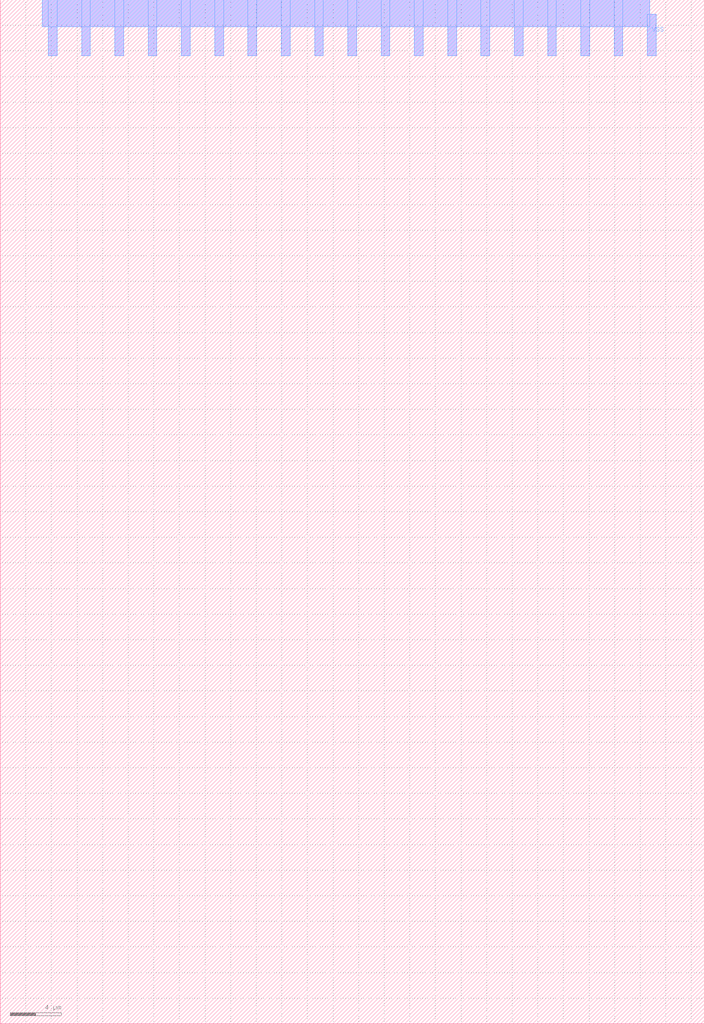
<source format=lef>
VERSION 5.8 ;

SITE IOSite
  CLASS       PAD ;
  SYMMETRY    X Y R90 ;
  SIZE        0.010 BY 80.000 ;
END IOSite

SITE CornerSite
  CLASS       PAD ;
  SYMMETRY    X Y R90 ;
  SIZE        80.000 BY 80.000 ;
END CornerSite

MACRO PPAD_LONG
  CLASS PAD ;
  ORIGIN 0 0 ;
  FOREIGN PPAD_LONG 0 0 ;
  SIZE 55 BY 80 ;
  SYMMETRY X Y R90 ;
  SITE IOSite ;
  PIN VDD
    DIRECTION OUTPUT ;
    USE SIGNAL ;
    PORT
      LAYER metal1 ;
        RECT 3.755 75.635 4.445 80 ;
        RECT 6.355 75.635 7.045 80 ;
        RECT 8.955 75.635 9.645 80 ;
        RECT 11.555 75.635 12.245 80 ;
        RECT 14.155 75.635 14.845 80 ;
        RECT 16.755 75.635 17.445 80 ;
        RECT 19.355 75.635 20.045 80 ;
        RECT 21.955 75.635 22.645 80 ;
        RECT 24.555 75.635 25.245 80 ;
        RECT 27.155 75.635 27.845 80 ;
        RECT 29.755 75.635 30.445 80 ;
        RECT 32.355 75.635 33.045 80 ;
        RECT 34.955 75.635 35.645 80 ;
        RECT 37.555 75.635 38.245 80 ;
        RECT 40.155 75.635 40.845 80 ;
        RECT 42.755 75.635 43.445 80 ;
        RECT 45.355 75.635 46.045 80 ;
        RECT 47.955 75.635 48.645 80 ;
        RECT 3.28 77.9 50.735 80 ;
        RECT 50.555 75.635 51.245 78.86 ;
      LAYER metal2 ;
        RECT 3.755 75.635 4.445 80 ;
        RECT 6.355 75.635 7.045 80 ;
        RECT 8.955 75.635 9.645 80 ;
        RECT 11.555 75.635 12.245 80 ;
        RECT 14.155 75.635 14.845 80 ;
        RECT 16.755 75.635 17.445 80 ;
        RECT 19.355 75.635 20.045 80 ;
        RECT 21.955 75.635 22.645 80 ;
        RECT 24.555 75.635 25.245 80 ;
        RECT 27.155 75.635 27.845 80 ;
        RECT 29.755 75.635 30.445 80 ;
        RECT 32.355 75.635 33.045 80 ;
        RECT 34.955 75.635 35.645 80 ;
        RECT 37.555 75.635 38.245 80 ;
        RECT 40.155 75.635 40.845 80 ;
        RECT 42.755 75.635 43.445 80 ;
        RECT 45.355 75.635 46.045 80 ;
        RECT 47.955 75.635 48.645 80 ;
        RECT 3.28 77.9 50.735 80 ;
        RECT 50.555 75.635 51.245 78.86 ;
      LAYER metal3 ;
        RECT 3.755 75.635 4.445 80 ;
        RECT 6.355 75.635 7.045 80 ;
        RECT 8.955 75.635 9.645 80 ;
        RECT 11.555 75.635 12.245 80 ;
        RECT 14.155 75.635 14.845 80 ;
        RECT 16.755 75.635 17.445 80 ;
        RECT 19.355 75.635 20.045 80 ;
        RECT 21.955 75.635 22.645 80 ;
        RECT 24.555 75.635 25.245 80 ;
        RECT 27.155 75.635 27.845 80 ;
        RECT 29.755 75.635 30.445 80 ;
        RECT 32.355 75.635 33.045 80 ;
        RECT 34.955 75.635 35.645 80 ;
        RECT 37.555 75.635 38.245 80 ;
        RECT 40.155 75.635 40.845 80 ;
        RECT 42.755 75.635 43.445 80 ;
        RECT 45.355 75.635 46.045 80 ;
        RECT 47.955 75.635 48.645 80 ;
        RECT 3.28 77.9 50.735 80 ;
        RECT 50.555 75.635 51.245 78.86 ;
      LAYER metal4 ;
        RECT 3.755 75.635 4.445 80 ;
        RECT 6.355 75.635 7.045 80 ;
        RECT 8.955 75.635 9.645 80 ;
        RECT 11.555 75.635 12.245 80 ;
        RECT 14.155 75.635 14.845 80 ;
        RECT 16.755 75.635 17.445 80 ;
        RECT 19.355 75.635 20.045 80 ;
        RECT 21.955 75.635 22.645 80 ;
        RECT 24.555 75.635 25.245 80 ;
        RECT 27.155 75.635 27.845 80 ;
        RECT 29.755 75.635 30.445 80 ;
        RECT 32.355 75.635 33.045 80 ;
        RECT 34.955 75.635 35.645 80 ;
        RECT 37.555 75.635 38.245 80 ;
        RECT 40.155 75.635 40.845 80 ;
        RECT 42.755 75.635 43.445 80 ;
        RECT 45.355 75.635 46.045 80 ;
        RECT 47.955 75.635 48.645 80 ;
        RECT 3.28 77.9 50.735 80 ;
        RECT 50.555 75.635 51.245 78.86 ;
    END
  END VDD
END PPAD_LONG

MACRO PPAD_SHORT
  CLASS PAD ;
  ORIGIN 0 0 ;
  FOREIGN PPAD_SHORT 0 0 ;
  SIZE 55 BY 80 ;
  SYMMETRY X Y R90 ;
  SITE IOSite ;
  PIN VDD
    DIRECTION OUTPUT ;
    USE SIGNAL ;
    PORT
      LAYER metal1 ;
        RECT 3.755 75.635 4.445 80 ;
        RECT 6.355 75.635 7.045 80 ;
        RECT 8.955 75.635 9.645 80 ;
        RECT 11.555 75.635 12.245 80 ;
        RECT 14.155 75.635 14.845 80 ;
        RECT 16.755 75.635 17.445 80 ;
        RECT 19.355 75.635 20.045 80 ;
        RECT 21.955 75.635 22.645 80 ;
        RECT 24.555 75.635 25.245 80 ;
        RECT 27.155 75.635 27.845 80 ;
        RECT 29.755 75.635 30.445 80 ;
        RECT 32.355 75.635 33.045 80 ;
        RECT 34.955 75.635 35.645 80 ;
        RECT 37.555 75.635 38.245 80 ;
        RECT 40.155 75.635 40.845 80 ;
        RECT 42.755 75.635 43.445 80 ;
        RECT 45.355 75.635 46.045 80 ;
        RECT 47.955 75.635 48.645 80 ;
        RECT 50.555 75.635 51.245 78.86 ;
      LAYER metal2 ;
        RECT 3.755 75.635 4.445 80 ;
        RECT 6.355 75.635 7.045 80 ;
        RECT 8.955 75.635 9.645 80 ;
        RECT 11.555 75.635 12.245 80 ;
        RECT 14.155 75.635 14.845 80 ;
        RECT 16.755 75.635 17.445 80 ;
        RECT 19.355 75.635 20.045 80 ;
        RECT 21.955 75.635 22.645 80 ;
        RECT 24.555 75.635 25.245 80 ;
        RECT 27.155 75.635 27.845 80 ;
        RECT 29.755 75.635 30.445 80 ;
        RECT 32.355 75.635 33.045 80 ;
        RECT 34.955 75.635 35.645 80 ;
        RECT 37.555 75.635 38.245 80 ;
        RECT 40.155 75.635 40.845 80 ;
        RECT 42.755 75.635 43.445 80 ;
        RECT 45.355 75.635 46.045 80 ;
        RECT 47.955 75.635 48.645 80 ;
        RECT 50.555 75.635 51.245 78.86 ;
      LAYER metal3 ;
        RECT 3.755 75.635 4.445 80 ;
        RECT 6.355 75.635 7.045 80 ;
        RECT 8.955 75.635 9.645 80 ;
        RECT 11.555 75.635 12.245 80 ;
        RECT 14.155 75.635 14.845 80 ;
        RECT 16.755 75.635 17.445 80 ;
        RECT 19.355 75.635 20.045 80 ;
        RECT 21.955 75.635 22.645 80 ;
        RECT 24.555 75.635 25.245 80 ;
        RECT 27.155 75.635 27.845 80 ;
        RECT 29.755 75.635 30.445 80 ;
        RECT 32.355 75.635 33.045 80 ;
        RECT 34.955 75.635 35.645 80 ;
        RECT 37.555 75.635 38.245 80 ;
        RECT 40.155 75.635 40.845 80 ;
        RECT 42.755 75.635 43.445 80 ;
        RECT 45.355 75.635 46.045 80 ;
        RECT 47.955 75.635 48.645 80 ;
        RECT 50.555 75.635 51.245 78.86 ;
      LAYER metal4 ;
        RECT 3.755 75.635 4.445 80 ;
        RECT 6.355 75.635 7.045 80 ;
        RECT 8.955 75.635 9.645 80 ;
        RECT 11.555 75.635 12.245 80 ;
        RECT 14.155 75.635 14.845 80 ;
        RECT 16.755 75.635 17.445 80 ;
        RECT 19.355 75.635 20.045 80 ;
        RECT 21.955 75.635 22.645 80 ;
        RECT 24.555 75.635 25.245 80 ;
        RECT 27.155 75.635 27.845 80 ;
        RECT 29.755 75.635 30.445 80 ;
        RECT 32.355 75.635 33.045 80 ;
        RECT 34.955 75.635 35.645 80 ;
        RECT 37.555 75.635 38.245 80 ;
        RECT 40.155 75.635 40.845 80 ;
        RECT 42.755 75.635 43.445 80 ;
        RECT 45.355 75.635 46.045 80 ;
        RECT 47.955 75.635 48.645 80 ;
        RECT 50.555 75.635 51.245 78.86 ;
    END
  END VDD
END PPAD_SHORT

MACRO GPAD_LONG
  CLASS PAD ;
  ORIGIN 0 0 ;
  FOREIGN GPAD_LONG 0 0 ;
  SIZE 55 BY 80 ;
  SYMMETRY X Y R90 ;
  SITE IOSite ;
  PIN VSS
    DIRECTION OUTPUT ;
    USE SIGNAL ;
    PORT
      LAYER metal1 ;
        RECT 3.755 75.635 4.445 80 ;
        RECT 6.355 75.635 7.045 80 ;
        RECT 8.955 75.635 9.645 80 ;
        RECT 11.555 75.635 12.245 80 ;
        RECT 14.155 75.635 14.845 80 ;
        RECT 16.755 75.635 17.445 80 ;
        RECT 19.355 75.635 20.045 80 ;
        RECT 21.955 75.635 22.645 80 ;
        RECT 24.555 75.635 25.245 80 ;
        RECT 27.155 75.635 27.845 80 ;
        RECT 29.755 75.635 30.445 80 ;
        RECT 32.355 75.635 33.045 80 ;
        RECT 34.955 75.635 35.645 80 ;
        RECT 37.555 75.635 38.245 80 ;
        RECT 40.155 75.635 40.845 80 ;
        RECT 42.755 75.635 43.445 80 ;
        RECT 45.355 75.635 46.045 80 ;
        RECT 47.955 75.635 48.645 80 ;
        RECT 3.28 77.9 50.735 80 ;
        RECT 50.555 75.635 51.245 78.86 ;
      LAYER metal2 ;
        RECT 3.755 75.635 4.445 80 ;
        RECT 6.355 75.635 7.045 80 ;
        RECT 8.955 75.635 9.645 80 ;
        RECT 11.555 75.635 12.245 80 ;
        RECT 14.155 75.635 14.845 80 ;
        RECT 16.755 75.635 17.445 80 ;
        RECT 19.355 75.635 20.045 80 ;
        RECT 21.955 75.635 22.645 80 ;
        RECT 24.555 75.635 25.245 80 ;
        RECT 27.155 75.635 27.845 80 ;
        RECT 29.755 75.635 30.445 80 ;
        RECT 32.355 75.635 33.045 80 ;
        RECT 34.955 75.635 35.645 80 ;
        RECT 37.555 75.635 38.245 80 ;
        RECT 40.155 75.635 40.845 80 ;
        RECT 42.755 75.635 43.445 80 ;
        RECT 45.355 75.635 46.045 80 ;
        RECT 47.955 75.635 48.645 80 ;
        RECT 3.28 77.9 50.735 80 ;
        RECT 50.555 75.635 51.245 78.86 ;
      LAYER metal3 ;
        RECT 3.755 75.635 4.445 80 ;
        RECT 6.355 75.635 7.045 80 ;
        RECT 8.955 75.635 9.645 80 ;
        RECT 11.555 75.635 12.245 80 ;
        RECT 14.155 75.635 14.845 80 ;
        RECT 16.755 75.635 17.445 80 ;
        RECT 19.355 75.635 20.045 80 ;
        RECT 21.955 75.635 22.645 80 ;
        RECT 24.555 75.635 25.245 80 ;
        RECT 27.155 75.635 27.845 80 ;
        RECT 29.755 75.635 30.445 80 ;
        RECT 32.355 75.635 33.045 80 ;
        RECT 34.955 75.635 35.645 80 ;
        RECT 37.555 75.635 38.245 80 ;
        RECT 40.155 75.635 40.845 80 ;
        RECT 42.755 75.635 43.445 80 ;
        RECT 45.355 75.635 46.045 80 ;
        RECT 47.955 75.635 48.645 80 ;
        RECT 3.28 77.9 50.735 80 ;
        RECT 50.555 75.635 51.245 78.86 ;
      LAYER metal4 ;
        RECT 3.755 75.635 4.445 80 ;
        RECT 6.355 75.635 7.045 80 ;
        RECT 8.955 75.635 9.645 80 ;
        RECT 11.555 75.635 12.245 80 ;
        RECT 14.155 75.635 14.845 80 ;
        RECT 16.755 75.635 17.445 80 ;
        RECT 19.355 75.635 20.045 80 ;
        RECT 21.955 75.635 22.645 80 ;
        RECT 24.555 75.635 25.245 80 ;
        RECT 27.155 75.635 27.845 80 ;
        RECT 29.755 75.635 30.445 80 ;
        RECT 32.355 75.635 33.045 80 ;
        RECT 34.955 75.635 35.645 80 ;
        RECT 37.555 75.635 38.245 80 ;
        RECT 40.155 75.635 40.845 80 ;
        RECT 42.755 75.635 43.445 80 ;
        RECT 45.355 75.635 46.045 80 ;
        RECT 47.955 75.635 48.645 80 ;
        RECT 3.28 77.9 50.735 80 ;
        RECT 50.555 75.635 51.245 78.86 ;
    END
  END VSS
END GPAD_LONG

MACRO GPAD_SHORT
  CLASS PAD ;
  ORIGIN 0 0 ;
  FOREIGN GPAD_SHORT 0 0 ;
  SIZE 55 BY 80 ;
  SYMMETRY X Y R90 ;
  SITE IOSite ;
  PIN VSS
    DIRECTION OUTPUT ;
    USE SIGNAL ;
    PORT
      LAYER metal1 ;
        RECT 3.755 75.635 4.445 80 ;
        RECT 6.355 75.635 7.045 80 ;
        RECT 8.955 75.635 9.645 80 ;
        RECT 11.555 75.635 12.245 80 ;
        RECT 14.155 75.635 14.845 80 ;
        RECT 16.755 75.635 17.445 80 ;
        RECT 19.355 75.635 20.045 80 ;
        RECT 21.955 75.635 22.645 80 ;
        RECT 24.555 75.635 25.245 80 ;
        RECT 27.155 75.635 27.845 80 ;
        RECT 29.755 75.635 30.445 80 ;
        RECT 32.355 75.635 33.045 80 ;
        RECT 34.955 75.635 35.645 80 ;
        RECT 37.555 75.635 38.245 80 ;
        RECT 40.155 75.635 40.845 80 ;
        RECT 42.755 75.635 43.445 80 ;
        RECT 45.355 75.635 46.045 80 ;
        RECT 47.955 75.635 48.645 80 ;
        RECT 50.555 75.635 51.245 78.86 ;
      LAYER metal2 ;
        RECT 3.755 75.635 4.445 80 ;
        RECT 6.355 75.635 7.045 80 ;
        RECT 8.955 75.635 9.645 80 ;
        RECT 11.555 75.635 12.245 80 ;
        RECT 14.155 75.635 14.845 80 ;
        RECT 16.755 75.635 17.445 80 ;
        RECT 19.355 75.635 20.045 80 ;
        RECT 21.955 75.635 22.645 80 ;
        RECT 24.555 75.635 25.245 80 ;
        RECT 27.155 75.635 27.845 80 ;
        RECT 29.755 75.635 30.445 80 ;
        RECT 32.355 75.635 33.045 80 ;
        RECT 34.955 75.635 35.645 80 ;
        RECT 37.555 75.635 38.245 80 ;
        RECT 40.155 75.635 40.845 80 ;
        RECT 42.755 75.635 43.445 80 ;
        RECT 45.355 75.635 46.045 80 ;
        RECT 47.955 75.635 48.645 80 ;
        RECT 50.555 75.635 51.245 78.86 ;
      LAYER metal3 ;
        RECT 3.755 75.635 4.445 80 ;
        RECT 6.355 75.635 7.045 80 ;
        RECT 8.955 75.635 9.645 80 ;
        RECT 11.555 75.635 12.245 80 ;
        RECT 14.155 75.635 14.845 80 ;
        RECT 16.755 75.635 17.445 80 ;
        RECT 19.355 75.635 20.045 80 ;
        RECT 21.955 75.635 22.645 80 ;
        RECT 24.555 75.635 25.245 80 ;
        RECT 27.155 75.635 27.845 80 ;
        RECT 29.755 75.635 30.445 80 ;
        RECT 32.355 75.635 33.045 80 ;
        RECT 34.955 75.635 35.645 80 ;
        RECT 37.555 75.635 38.245 80 ;
        RECT 40.155 75.635 40.845 80 ;
        RECT 42.755 75.635 43.445 80 ;
        RECT 45.355 75.635 46.045 80 ;
        RECT 47.955 75.635 48.645 80 ;
        RECT 50.555 75.635 51.245 78.86 ;
      LAYER metal4 ;
        RECT 3.755 75.635 4.445 80 ;
        RECT 6.355 75.635 7.045 80 ;
        RECT 8.955 75.635 9.645 80 ;
        RECT 11.555 75.635 12.245 80 ;
        RECT 14.155 75.635 14.845 80 ;
        RECT 16.755 75.635 17.445 80 ;
        RECT 19.355 75.635 20.045 80 ;
        RECT 21.955 75.635 22.645 80 ;
        RECT 24.555 75.635 25.245 80 ;
        RECT 27.155 75.635 27.845 80 ;
        RECT 29.755 75.635 30.445 80 ;
        RECT 32.355 75.635 33.045 80 ;
        RECT 34.955 75.635 35.645 80 ;
        RECT 37.555 75.635 38.245 80 ;
        RECT 40.155 75.635 40.845 80 ;
        RECT 42.755 75.635 43.445 80 ;
        RECT 45.355 75.635 46.045 80 ;
        RECT 47.955 75.635 48.645 80 ;
        RECT 50.555 75.635 51.245 78.86 ;
    END
  END VSS
END GPAD_SHORT

END LIBRARY

</source>
